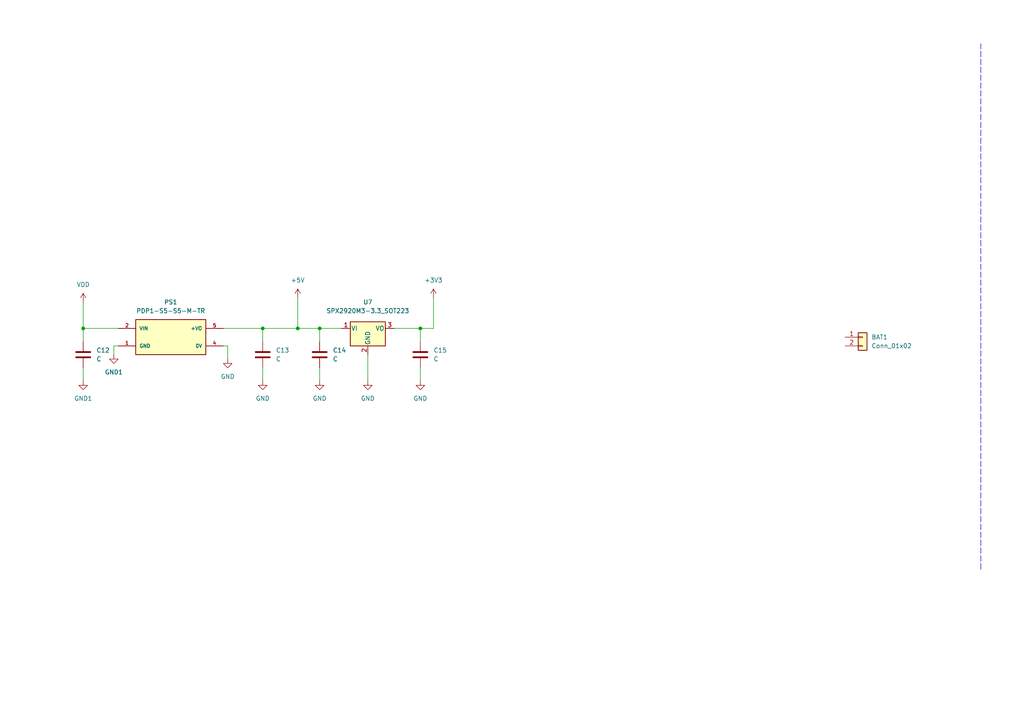
<source format=kicad_sch>
(kicad_sch (version 20211123) (generator eeschema)
  (paper "A4")
  (lib_symbols
    (symbol "Battery_Management:LTC2942-1"
      (property "Reference" "U" (at -10.16 6.35 0))
      (property "Value" "LTC2942-1" (at 10.16 6.35 0))
      (symbol "LTC2942-1_0_1"
        (rectangle (start -10.16 5.08) (end 10.16 -5.08) (stroke (width 0.254)) (fill (type background)))
      )
      (symbol "LTC2942-1_1_1"
        (pin passive line (at 12.7 2.54 180) (length 2.54) (name "SENSE+") (number "1"))
        (pin power_in line (at 0 -7.62 90) (length 2.54) (name "GND") (number "2"))
        (pin input line (at -12.7 0 0) (length 2.54) (name "SCL") (number "3"))
        (pin bidirectional line (at -12.7 -2.54 0) (length 2.54) (name "SDA") (number "4"))
        (pin bidirectional line (at -12.7 2.54 0) (length 2.54) (name "~{AL}/CC") (number "5"))
        (pin passive line (at 12.7 -2.54 180) (length 2.54) (name "SENSE-") (number "6"))
      )
    )
    (symbol "Connector_Generic:Conn_01x02" (pin_names (offset 1.016) hide)
      (property "Reference" "J" (at 0 2.54 0))
      (property "Value" "Conn_01x02" (at 0 -5.08 0))
      (symbol "Conn_01x02_1_1"
        (rectangle (start -1.27 -2.413) (end 0 -2.667) (stroke (width 0.1524)))
        (rectangle (start -1.27 0.127) (end 0 -0.127) (stroke (width 0.1524)))
        (rectangle (start -1.27 1.27) (end 1.27 -3.81) (stroke (width 0.254)) (fill (type background)))
        (pin passive line (at -5.08 0 0) (length 3.81) (name "Pin_1") (number "1"))
        (pin passive line (at -5.08 -2.54 0) (length 3.81) (name "Pin_2") (number "2"))
      )
    )
    (symbol "Device:C" (pin_numbers hide) (pin_names (offset 0.254))
      (property "Reference" "C" (at 0.635 2.54 0))
      (property "Value" "C" (at 0.635 -2.54 0))
      (symbol "C_0_1"
        (polyline (pts (xy -2.032 -0.762) (xy 2.032 -0.762)) (stroke (width 0.508)))
        (polyline (pts (xy -2.032 0.762) (xy 2.032 0.762)) (stroke (width 0.508)))
      )
      (symbol "C_1_1"
        (pin passive line (at 0 3.81 270) (length 2.794) (name "~") (number "1"))
        (pin passive line (at 0 -3.81 90) (length 2.794) (name "~") (number "2"))
      )
    )
    (symbol "Device:C_Small" (pin_numbers hide) (pin_names (offset 0.254) hide)
      (property "Reference" "C" (at 0.254 1.778 0))
      (property "Value" "C_Small" (at 0.254 -2.032 0))
      (symbol "C_Small_0_1"
        (polyline (pts (xy -1.524 -0.508) (xy 1.524 -0.508)) (stroke (width 0.3302)))
        (polyline (pts (xy -1.524 0.508) (xy 1.524 0.508)) (stroke (width 0.3048)))
      )
      (symbol "C_Small_1_1"
        (pin passive line (at 0 2.54 270) (length 2.032) (name "~") (number "1"))
        (pin passive line (at 0 -2.54 90) (length 2.032) (name "~") (number "2"))
      )
    )
    (symbol "Device:L" (pin_numbers hide) (pin_names (offset 1.016) hide)
      (property "Reference" "L" (at -1.27 0 90))
      (property "Value" "L" (at 1.905 0 90))
      (symbol "L_0_1"
        (arc (start 0 -2.54) (mid 0.635 -1.905) (end 0 -1.27))
        (arc (start 0 -1.27) (mid 0.635 -0.635) (end 0 0))
        (arc (start 0 0) (mid 0.635 0.635) (end 0 1.27))
        (arc (start 0 1.27) (mid 0.635 1.905) (end 0 2.54))
      )
      (symbol "L_1_1"
        (pin passive line (at 0 3.81 270) (length 1.27) (name "1") (number "1"))
        (pin passive line (at 0 -3.81 90) (length 1.27) (name "2") (number "2"))
      )
    )
    (symbol "Device:LED" (pin_numbers hide) (pin_names (offset 1.016) hide)
      (property "Reference" "D" (at 0 2.54 0))
      (property "Value" "LED" (at 0 -2.54 0))
      (symbol "LED_0_1"
        (polyline (pts (xy -1.27 -1.27) (xy -1.27 1.27)) (stroke (width 0.254)))
        (polyline (pts (xy -1.27 0) (xy 1.27 0)))
        (polyline (pts (xy 1.27 -1.27) (xy 1.27 1.27) (xy -1.27 0) (xy 1.27 -1.27)) (stroke (width 0.254)))
        (polyline (pts (xy -3.048 -0.762) (xy -4.572 -2.286) (xy -3.81 -2.286) (xy -4.572 -2.286) (xy -4.572 -1.524)))
        (polyline (pts (xy -1.778 -0.762) (xy -3.302 -2.286) (xy -2.54 -2.286) (xy -3.302 -2.286) (xy -3.302 -1.524)))
      )
      (symbol "LED_1_1"
        (pin passive line (at -3.81 0 0) (length 2.54) (name "K") (number "1"))
        (pin passive line (at 3.81 0 180) (length 2.54) (name "A") (number "2"))
      )
    )
    (symbol "Device:R_Small" (pin_numbers hide) (pin_names (offset 0.254) hide)
      (property "Reference" "R" (at 0.762 0.508 0))
      (property "Value" "R_Small" (at 0.762 -1.016 0))
      (symbol "R_Small_0_1"
        (rectangle (start -0.762 1.778) (end 0.762 -1.778) (stroke (width 0.2032)))
      )
      (symbol "R_Small_1_1"
        (pin passive line (at 0 2.54 270) (length 0.762) (name "~") (number "1"))
        (pin passive line (at 0 -2.54 90) (length 0.762) (name "~") (number "2"))
      )
    )
    (symbol "MP2731GQC-0000-Z_1" (pin_names (offset 0.762))
      (property "Reference" "IC?" (at 15.875 7.62 0))
      (property "Value" "MP2731GQC-0000-Z" (at 15.875 5.08 0))
      (symbol "MP2731GQC-0000-Z_1_0_0"
        (pin passive line (at -1.27 -17.78 0) (length 5.08) (name "DP_1") (number "1"))
        (pin passive line (at -1.27 -36.83 0) (length 5.08) (name "INT") (number "10"))
        (pin passive line (at 33.02 -27.94 180) (length 5.08) (name "NTC") (number "11"))
        (pin passive line (at 33.02 -24.13 180) (length 5.08) (name "VNTC") (number "12"))
        (pin passive line (at 33.02 -3.81 180) (length 5.08) (name "VREF") (number "13"))
        (pin passive line (at -1.27 -10.16 0) (length 5.08) (name "PGND_4") (number "14"))
        (pin passive line (at 20.32 -57.15 90) (length 5.08) (name "AGND") (number "15"))
        (pin passive line (at 33.02 -15.24 180) (length 5.08) (name "SYS") (number "16"))
        (pin passive line (at 33.02 -20.32 180) (length 5.08) (name "BATT") (number "17"))
        (pin passive line (at -1.27 -34.29 0) (length 5.08) (name "~{CE}") (number "18"))
        (pin passive line (at -1.27 -39.37 0) (length 5.08) (name "SCL_1") (number "19"))
        (pin passive line (at -1.27 0 0) (length 5.08) (name "IN") (number "2"))
        (pin passive line (at -1.27 -41.91 0) (length 5.08) (name "SCL_2") (number "20"))
        (pin passive line (at -1.27 -46.99 0) (length 5.08) (name "SDA") (number "21"))
        (pin passive line (at 33.02 -41.91 180) (length 5.08) (name "DISC") (number "22"))
        (pin passive line (at -1.27 -31.75 0) (length 5.08) (name "OTG") (number "23"))
        (pin passive line (at 12.7 -57.15 90) (length 5.08) (name "ILIM") (number "24"))
        (pin passive line (at -1.27 -25.4 0) (length 5.08) (name "DM") (number "25"))
        (pin passive line (at -1.27 -20.32 0) (length 5.08) (name "DP_2") (number "26"))
        (pin passive line (at -1.27 -22.86 0) (length 5.08) (name "DP_3") (number "27"))
        (pin passive line (at -1.27 -15.24 0) (length 5.08) (name "PGND_5") (number "28"))
        (pin passive line (at -1.27 -12.7 0) (length 5.08) (name "PGND_6") (number "29"))
        (pin passive line (at 33.02 0 180) (length 5.08) (name "PMID") (number "3"))
        (pin passive line (at -1.27 -44.45 0) (length 5.08) (name "SCL_3") (number "30"))
        (pin passive line (at 33.02 -11.43 180) (length 5.08) (name "SW") (number "4"))
        (pin passive line (at -1.27 -2.54 0) (length 5.08) (name "PGND_1") (number "5"))
        (pin passive line (at -1.27 -5.08 0) (length 5.08) (name "PGND_2") (number "6"))
        (pin passive line (at -1.27 -7.62 0) (length 5.08) (name "PGND_3") (number "7"))
        (pin passive line (at 33.02 -7.62 180) (length 5.08) (name "BST") (number "8"))
        (pin passive line (at 33.02 -35.56 180) (length 5.08) (name "STAT") (number "9"))
      )
      (symbol "MP2731GQC-0000-Z_1_0_1"
        (polyline (pts (xy 3.81 2.54) (xy 27.94 2.54) (xy 27.94 -52.07) (xy 3.81 -52.07) (xy 3.81 2.54)) (stroke (width 0.1524)))
      )
    )
    (symbol "PDP1-S5-S5-M-TR:PDP1-S5-S5-M-TR" (pin_names (offset 1.016))
      (property "Reference" "PS" (at -10.16 6.35 0))
      (property "Value" "PDP1-S5-S5-M-TR" (at -10.16 -6.35 0))
      (symbol "PDP1-S5-S5-M-TR_0_0"
        (rectangle (start -10.16 -5.08) (end 10.16 5.08) (stroke (width 0.254)) (fill (type background)))
        (pin power_in line (at -15.24 -2.54 0) (length 5.08) (name "GND") (number "1"))
        (pin input line (at -15.24 2.54 0) (length 5.08) (name "VIN") (number "2"))
        (pin output line (at 15.24 -2.54 180) (length 5.08) (name "0V") (number "4"))
        (pin output line (at 15.24 2.54 180) (length 5.08) (name "+VO") (number "5"))
      )
    )
    (symbol "Regulator_Linear:SPX2920M3-3.3_SOT223" (pin_names (offset 0.254))
      (property "Reference" "U" (at -3.81 3.175 0))
      (property "Value" "SPX2920M3-3.3_SOT223" (at 0 3.175 0))
      (symbol "SPX2920M3-3.3_SOT223_0_1"
        (rectangle (start -5.08 -5.08) (end 5.08 1.905) (stroke (width 0.254)) (fill (type background)))
      )
      (symbol "SPX2920M3-3.3_SOT223_1_1"
        (pin power_in line (at -7.62 0 0) (length 2.54) (name "VI") (number "1"))
        (pin power_in line (at 0 -7.62 90) (length 2.54) (name "GND") (number "2"))
        (pin power_out line (at 7.62 0 180) (length 2.54) (name "VO") (number "3"))
      )
    )
    (symbol "Transistor_BJT:2SC4213" (pin_names (offset 0) hide)
      (property "Reference" "Q" (at 5.08 1.905 0))
      (property "Value" "2SC4213" (at 5.08 0 0))
      (symbol "2SC4213_0_1"
        (polyline (pts (xy 0.635 0.635) (xy 2.54 2.54)))
        (polyline (pts (xy 0.635 -0.635) (xy 2.54 -2.54) (xy 2.54 -2.54)))
        (polyline (pts (xy 0.635 1.905) (xy 0.635 -1.905) (xy 0.635 -1.905)) (stroke (width 0.508)))
        (polyline (pts (xy 1.27 -1.778) (xy 1.778 -1.27) (xy 2.286 -2.286) (xy 1.27 -1.778) (xy 1.27 -1.778)) (fill (type outline)))
        (circle (center 1.27 0) (radius 2.8194) (stroke (width 0.254)))
      )
      (symbol "2SC4213_1_1"
        (pin input line (at -5.08 0 0) (length 5.715) (name "B") (number "1"))
        (pin passive line (at 2.54 -5.08 90) (length 2.54) (name "E") (number "2"))
        (pin passive line (at 2.54 5.08 270) (length 2.54) (name "C") (number "3"))
      )
    )
    (symbol "power:+3V3" (power) (pin_names (offset 0))
      (property "Value" "+3V3" (at 0 3.556 0))
      (symbol "+3V3_0_1"
        (polyline (pts (xy -0.762 1.27) (xy 0 2.54)))
        (polyline (pts (xy 0 0) (xy 0 2.54)))
        (polyline (pts (xy 0 2.54) (xy 0.762 1.27)))
      )
      (symbol "+3V3_1_1"
        (pin power_in line (at 0 0 90) (length 0) hide (name "+3V3") (number "1"))
      )
    )
    (symbol "power:+5V" (power) (pin_names (offset 0))
      (property "Value" "+5V" (at 0 3.556 0))
      (symbol "+5V_0_1"
        (polyline (pts (xy -0.762 1.27) (xy 0 2.54)))
        (polyline (pts (xy 0 0) (xy 0 2.54)))
        (polyline (pts (xy 0 2.54) (xy 0.762 1.27)))
      )
      (symbol "+5V_1_1"
        (pin power_in line (at 0 0 90) (length 0) hide (name "+5V") (number "1"))
      )
    )
    (symbol "power:GND" (power) (pin_names (offset 0))
      (property "Value" "GND" (at 0 -3.81 0))
      (symbol "GND_0_1"
        (polyline (pts (xy 0 0) (xy 0 -1.27) (xy 1.27 -1.27) (xy 0 -2.54) (xy -1.27 -1.27) (xy 0 -1.27)))
      )
      (symbol "GND_1_1"
        (pin power_in line (at 0 0 270) (length 0) hide (name "GND") (number "1"))
      )
    )
    (symbol "power:GND1" (power) (pin_names (offset 0))
      (property "Value" "GND1" (at 0 -3.81 0))
      (symbol "GND1_0_1"
        (polyline (pts (xy 0 0) (xy 0 -1.27) (xy 1.27 -1.27) (xy 0 -2.54) (xy -1.27 -1.27) (xy 0 -1.27)))
      )
      (symbol "GND1_1_1"
        (pin power_in line (at 0 0 270) (length 0) hide (name "GND1") (number "1"))
      )
    )
    (symbol "power:VDD" (power) (pin_names (offset 0))
      (property "Value" "VDD" (at 0 3.81 0))
      (symbol "VDD_0_1"
        (polyline (pts (xy -0.762 1.27) (xy 0 2.54)))
        (polyline (pts (xy 0 0) (xy 0 2.54)))
        (polyline (pts (xy 0 2.54) (xy 0.762 1.27)))
      )
      (symbol "VDD_1_1"
        (pin power_in line (at 0 0 90) (length 0) hide (name "VDD") (number "1"))
      )
    )
  )
  (junction (at 347.98 16.51))
  (junction (at 417.83 53.34))
  (junction (at 453.39 35.56))
  (junction (at 347.98 48.26))
  (junction (at 121.92 95.25))
  (junction (at 347.98 11.43))
  (junction (at 450.85 53.34))
  (junction (at 347.98 19.05))
  (junction (at 444.5 19.05))
  (junction (at 346.71 24.13))
  (junction (at 92.71 95.25))
  (junction (at 347.98 45.72))
  (junction (at 340.36 21.59))
  (junction (at 24.13 95.25))
  (junction (at 346.71 26.67))
  (junction (at 76.2 95.25))
  (junction (at 86.36 95.25))
  (junction (at 483.87 35.56))
  (junction (at 347.98 13.97))
  (junction (at 400.05 19.05))
  (junction (at 347.98 21.59))
  (junction (at 453.39 19.05))
  (junction (at 340.36 6.35))
  (wire (pts (xy 347.98 13.97) (xy 350.52 13.97)))
  (wire (pts (xy 340.36 45.72) (xy 347.98 45.72)))
  (wire (pts (xy 467.36 76.2) (xy 467.36 81.28)))
  (wire (pts (xy 347.98 19.05) (xy 347.98 21.59)))
  (wire (pts (xy 483.87 35.56) (xy 483.87 57.15)))
  (wire (pts (xy 384.81 41.91) (xy 396.24 41.91)))
  (wire (pts (xy 384.81 13.97) (xy 400.05 13.97)))
  (wire (pts (xy 400.05 19.05) (xy 405.13 19.05)))
  (wire (pts (xy 483.87 35.56) (xy 495.3 35.56)))
  (wire (pts (xy 384.81 17.78) (xy 389.89 17.78)))
  (wire (pts (xy 483.87 62.23) (xy 483.87 66.04)))
  (wire (pts (xy 463.55 38.1) (xy 463.55 53.34)))
  (wire (pts (xy 364.49 63.5) (xy 364.49 67.31)))
  (wire (pts (xy 34.29 100.33) (xy 33.02 100.33)))
  (wire (pts (xy 24.13 106.68) (xy 24.13 110.49)))
  (wire (pts (xy 406.4 59.69) (xy 410.21 59.69)))
  (wire (pts (xy 64.77 95.25) (xy 76.2 95.25)))
  (wire (pts (xy 24.13 95.25) (xy 24.13 87.63)))
  (wire (pts (xy 347.98 50.8) (xy 347.98 48.26)))
  (wire (pts (xy 92.71 95.25) (xy 92.71 99.06)))
  (wire (pts (xy 76.2 106.68) (xy 76.2 110.49)))
  (wire (pts (xy 441.96 26.67) (xy 441.96 35.56)))
  (wire (pts (xy 125.73 95.25) (xy 125.73 86.36)))
  (wire (pts (xy 384.81 26.67) (xy 441.96 26.67)))
  (wire (pts (xy 347.98 11.43) (xy 350.52 11.43)))
  (wire (pts (xy 106.68 102.87) (xy 106.68 110.49)))
  (wire (pts (xy 389.89 6.35) (xy 384.81 6.35)))
  (wire (pts (xy 121.92 106.68) (xy 121.92 110.49)))
  (wire (pts (xy 434.34 53.34) (xy 450.85 53.34)))
  (wire (pts (xy 441.96 71.12) (xy 454.66 71.12)))
  (wire (pts (xy 114.3 95.25) (xy 121.92 95.25)))
  (wire (pts (xy 441.96 68.58) (xy 454.66 68.58)))
  (wire (pts (xy 337.82 31.75) (xy 350.52 31.75)))
  (wire (pts (xy 340.36 40.64) (xy 350.52 40.64)))
  (wire (pts (xy 66.04 100.33) (xy 66.04 104.14)))
  (wire (pts (xy 389.89 19.05) (xy 400.05 19.05)))
  (wire (pts (xy 389.89 17.78) (xy 389.89 19.05)))
  (wire (pts (xy 92.71 95.25) (xy 99.06 95.25)))
  (wire (pts (xy 121.92 95.25) (xy 121.92 99.06)))
  (wire (pts (xy 455.93 53.34) (xy 450.85 53.34)))
  (wire (pts (xy 394.97 6.35) (xy 400.05 6.35)))
  (wire (pts (xy 444.5 19.05) (xy 444.5 21.59)))
  (wire (pts (xy 337.82 24.13) (xy 346.71 24.13)))
  (wire (pts (xy 92.71 106.68) (xy 92.71 110.49)))
  (wire (pts (xy 347.98 16.51) (xy 347.98 19.05)))
  (wire (pts (xy 453.39 35.56) (xy 483.87 35.56)))
  (wire (pts (xy 483.87 66.04) (xy 480.06 66.04)))
  (wire (pts (xy 347.98 48.26) (xy 350.52 48.26)))
  (wire (pts (xy 394.97 10.16) (xy 400.05 10.16)))
  (wire (pts (xy 364.49 72.39) (xy 364.49 78.74)))
  (wire (pts (xy 412.75 19.05) (xy 444.5 19.05)))
  (wire (pts (xy 384.81 34.29) (xy 434.34 34.29)))
  (wire (pts (xy 463.55 53.34) (xy 461.01 53.34)))
  (wire (pts (xy 453.39 19.05) (xy 444.5 19.05)))
  (wire (pts (xy 417.83 50.8) (xy 417.83 53.34)))
  (wire (pts (xy 410.21 41.91) (xy 417.83 41.91)))
  (wire (pts (xy 453.39 43.18) (xy 453.39 44.45)))
  (wire (pts (xy 346.71 29.21) (xy 346.71 26.67)))
  (wire (pts (xy 403.86 41.91) (xy 405.13 41.91)))
  (wire (pts (xy 450.85 48.26) (xy 450.85 53.34)))
  (wire (pts (xy 346.71 26.67) (xy 346.71 24.13)))
  (wire (pts (xy 340.36 38.1) (xy 350.52 38.1)))
  (wire (pts (xy 347.98 21.59) (xy 350.52 21.59)))
  (wire (pts (xy 340.36 53.34) (xy 350.52 53.34)))
  (wire (pts (xy 347.98 8.89) (xy 347.98 11.43)))
  (wire (pts (xy 340.36 6.35) (xy 340.36 8.89)))
  (wire (pts (xy 340.36 13.97) (xy 340.36 21.59)))
  (wire (pts (xy 86.36 95.25) (xy 86.36 86.36)))
  (wire (pts (xy 384.81 30.48) (xy 438.15 30.48)))
  (wire (pts (xy 350.52 6.35) (xy 340.36 6.35)))
  (wire (pts (xy 400.05 48.26) (xy 400.05 53.34)))
  (wire (pts (xy 384.81 48.26) (xy 400.05 48.26)))
  (wire (pts (xy 350.52 26.67) (xy 346.71 26.67)))
  (wire (pts (xy 448.31 48.26) (xy 450.85 48.26)))
  (polyline (pts (xy 284.48 165.1) (xy 284.48 12.7)))
  (wire (pts (xy 453.39 25.4) (xy 453.39 27.94)))
  (wire (pts (xy 76.2 95.25) (xy 76.2 99.06)))
  (wire (pts (xy 322.58 6.35) (xy 340.36 6.35)))
  (wire (pts (xy 417.83 64.77) (xy 417.83 69.85)))
  (wire (pts (xy 347.98 11.43) (xy 347.98 13.97)))
  (wire (pts (xy 389.89 10.16) (xy 384.81 10.16)))
  (wire (pts (xy 318.77 21.59) (xy 318.77 22.86)))
  (wire (pts (xy 397.51 59.69) (xy 401.32 59.69)))
  (wire (pts (xy 372.11 63.5) (xy 372.11 67.31)))
  (wire (pts (xy 438.15 48.26) (xy 443.23 48.26)))
  (wire (pts (xy 64.77 100.33) (xy 66.04 100.33)))
  (wire (pts (xy 347.98 48.26) (xy 347.98 45.72)))
  (wire (pts (xy 347.98 16.51) (xy 350.52 16.51)))
  (wire (pts (xy 441.96 66.04) (xy 454.66 66.04)))
  (wire (pts (xy 438.15 30.48) (xy 438.15 48.26)))
  (wire (pts (xy 453.39 19.05) (xy 463.55 19.05)))
  (wire (pts (xy 350.52 50.8) (xy 347.98 50.8)))
  (wire (pts (xy 434.34 34.29) (xy 434.34 53.34)))
  (wire (pts (xy 86.36 95.25) (xy 92.71 95.25)))
  (wire (pts (xy 417.83 41.91) (xy 417.83 45.72)))
  (wire (pts (xy 340.36 43.18) (xy 350.52 43.18)))
  (wire (pts (xy 121.92 95.25) (xy 125.73 95.25)))
  (wire (pts (xy 444.5 21.59) (xy 384.81 21.59)))
  (wire (pts (xy 453.39 20.32) (xy 453.39 19.05)))
  (wire (pts (xy 350.52 29.21) (xy 346.71 29.21)))
  (wire (pts (xy 347.98 19.05) (xy 350.52 19.05)))
  (wire (pts (xy 347.98 13.97) (xy 347.98 16.51)))
  (wire (pts (xy 340.36 21.59) (xy 318.77 21.59)))
  (wire (pts (xy 480.06 71.12) (xy 486.41 71.12)))
  (wire (pts (xy 400.05 53.34) (xy 417.83 53.34)))
  (wire (pts (xy 346.71 24.13) (xy 350.52 24.13)))
  (wire (pts (xy 24.13 95.25) (xy 24.13 99.06)))
  (wire (pts (xy 453.39 35.56) (xy 441.96 35.56)))
  (wire (pts (xy 453.39 38.1) (xy 453.39 35.56)))
  (wire (pts (xy 76.2 95.25) (xy 86.36 95.25)))
  (wire (pts (xy 495.3 38.1) (xy 463.55 38.1)))
  (wire (pts (xy 417.83 53.34) (xy 417.83 54.61)))
  (wire (pts (xy 34.29 95.25) (xy 24.13 95.25)))
  (wire (pts (xy 347.98 45.72) (xy 350.52 45.72)))
  (wire (pts (xy 340.36 21.59) (xy 347.98 21.59)))
  (wire (pts (xy 350.52 8.89) (xy 347.98 8.89)))
  (wire (pts (xy 33.02 100.33) (xy 33.02 102.87)))
  (global_label "BATT" (shape input) (at 486.41 71.12 0) (property "Intersheet References" "${INTERSHEET_REFS}" (effects hide)))
  (hierarchical_label "D+" (shape input) (at 337.82 24.13 180))
  (hierarchical_label "DISC_PIN" (shape input) (at 397.51 59.69 180))
  (hierarchical_label "D-" (shape input) (at 337.82 31.75 180))
  (hierarchical_label "SDA" (shape input) (at 340.36 53.34 180))
  (hierarchical_label "SYSTEM_OUT" (shape input) (at 463.55 19.05 0))
  (hierarchical_label "USB_PWR_IN" (shape input) (at 322.58 6.35 180))
  (hierarchical_label "OTG" (shape input) (at 340.36 38.1 180))
  (hierarchical_label "INT" (shape input) (at 340.36 43.18 180))
  (hierarchical_label "nCE" (shape input) (at 340.36 40.64 180))
  (hierarchical_label "SDA" (shape input) (at 441.96 71.12 180))
  (hierarchical_label "nCC" (shape input) (at 441.96 66.04 180))
  (hierarchical_label "SCL" (shape input) (at 441.96 68.58 180))
  (hierarchical_label "SCL" (shape input) (at 340.36 45.72 180))
  (symbol (lib_id "power:GND") (at 121.92 110.49 0) (unit 1)
    (property "Reference" "#PWR047" (effects hide))
    (property "Value" "GND" (at 121.92 115.57 0))
  )
  (symbol (lib_id "Device:L") (at 408.94 19.05 270) (mirror x) (unit 1)
    (property "Reference" "L3" (at 408.94 13.97 90))
    (property "Value" "1.0uH" (at 408.94 16.51 90))
    (property "Footprint" "Inductor_SMD:L_0805_2012Metric_Pad1.05x1.20mm_HandSolder" (effects hide))
  )
  (symbol (lib_id "power:GND") (at 467.36 81.28 0) (unit 1)
    (property "Reference" "#PWR012" (effects hide))
    (property "Value" "GND" (at 467.36 86.36 0))
  )
  (symbol (lib_id "power:GND") (at 400.05 6.35 90) (unit 1)
    (property "Reference" "#PWR0112" (effects hide))
    (property "Value" "GND" (at 405.13 6.35 0))
  )
  (symbol (lib_id "Device:C") (at 76.2 102.87 0) (unit 1)
    (property "Reference" "C13" (at 80.01 101.5999 0) (effects (justify left)))
    (property "Value" "C" (at 80.01 104.1399 0) (effects (justify left)))
    (property "Footprint" "Capacitor_SMD:C_0805_2012Metric_Pad1.18x1.45mm_HandSolder" (effects hide))
  )
  (symbol (lib_id "Regulator_Linear:SPX2920M3-3.3_SOT223") (at 106.68 95.25 0) (unit 1)
    (property "Reference" "U7" (at 106.68 87.63 0))
    (property "Value" "SPX2920M3-3.3_SOT223" (at 106.68 90.17 0))
    (property "Footprint" "Package_TO_SOT_SMD:SOT-223-3_TabPin2" (effects hide))
    (property "Datasheet" "http://www.zlgmcu.com/Sipex/LDO/PDF/spx2920.pdf" (effects hide))
  )
  (symbol (lib_id "Device:R_Small") (at 417.83 48.26 0) (mirror x) (unit 1)
    (property "Reference" "R19" (at 416.56 46.99 0) (effects (justify right)))
    (property "Value" "10K" (at 416.56 49.53 0) (effects (justify right)))
    (property "Footprint" "Resistor_SMD:R_0402_1005Metric_Pad0.72x0.64mm_HandSolder" (effects hide))
  )
  (symbol (lib_id "power:GND") (at 318.77 22.86 0) (unit 1)
    (property "Reference" "#PWR08" (effects hide))
    (property "Value" "GND" (at 318.77 27.94 0))
  )
  (symbol (lib_id "Device:R_Small") (at 364.49 69.85 0) (mirror x) (unit 1)
    (property "Reference" "R14" (at 363.22 68.58 0) (effects (justify right)))
    (property "Value" "10K" (at 363.22 71.12 0) (effects (justify right)))
    (property "Footprint" "Resistor_SMD:R_0402_1005Metric_Pad0.72x0.64mm_HandSolder" (effects hide))
  )
  (symbol (lib_id "power:GND") (at 106.68 110.49 0) (unit 1)
    (property "Reference" "#PWR046" (effects hide))
    (property "Value" "GND" (at 106.68 115.57 0))
  )
  (symbol (lib_id "Device:C") (at 121.92 102.87 0) (unit 1)
    (property "Reference" "C15" (at 125.73 101.5999 0) (effects (justify left)))
    (property "Value" "C" (at 125.73 104.1399 0) (effects (justify left)))
    (property "Footprint" "Capacitor_SMD:C_0805_2012Metric_Pad1.18x1.45mm_HandSolder" (effects hide))
  )
  (symbol (lib_id "Device:R_Small") (at 403.86 59.69 90) (mirror x) (unit 1)
    (property "Reference" "R16" (at 405.13 58.42 0) (effects (justify right)))
    (property "Value" "1K" (at 402.59 58.42 0) (effects (justify right)))
    (property "Footprint" "Resistor_SMD:R_0402_1005Metric_Pad0.72x0.64mm_HandSolder" (effects hide))
  )
  (symbol (lib_id "power:GND") (at 92.71 110.49 0) (unit 1)
    (property "Reference" "#PWR045" (effects hide))
    (property "Value" "GND" (at 92.71 115.57 0))
  )
  (symbol (lib_id "power:GND") (at 76.2 110.49 0) (unit 1)
    (property "Reference" "#PWR043" (effects hide))
    (property "Value" "GND" (at 76.2 115.57 0))
  )
  (symbol (lib_id "power:GND") (at 453.39 44.45 0) (mirror y) (unit 1)
    (property "Reference" "#PWR0114" (effects hide))
    (property "Value" "GND" (at 453.39 49.53 0))
  )
  (symbol (lib_id "power:GND") (at 372.11 67.31 0) (unit 1)
    (property "Reference" "#PWR011" (effects hide))
    (property "Value" "GND" (at 372.11 72.39 0))
  )
  (symbol (lib_id "PDP1-S5-S5-M-TR:PDP1-S5-S5-M-TR") (at 49.53 97.79 0) (unit 1)
    (property "Reference" "PS1" (at 49.53 87.63 0))
    (property "Value" "PDP1-S5-S5-M-TR" (at 49.53 90.17 0))
    (property "Footprint" "footprints:CONV_PDP1-S5-S5-M-TR" (effects hide))
    (property "STANDARD" "Manufacturer Recommendations" (effects hide))
    (property "PARTREV" "1.0" (effects hide))
    (property "MAXIMUM_PACKAGE_HEIGHT" "7.25mm" (effects hide))
    (property "MANUFACTURER" "CUI Inc." (effects hide))
  )
  (symbol (lib_id "Transistor_BJT:2SC4213") (at 415.29 59.69 0) (unit 1)
    (property "Reference" "Q1" (at 420.37 58.4199 0) (effects (justify left)))
    (property "Value" "2SC4213" (at 420.37 60.9599 0) (effects (justify left)))
    (property "Footprint" "Package_TO_SOT_SMD:SOT-323_SC-70" (effects hide))
    (property "Datasheet" "https://toshiba.semicon-storage.com/info/docget.jsp?did=19305&prodName=2SC4213" (effects hide))
  )
  (symbol (lib_id "Device:C_Small") (at 340.36 11.43 0) (unit 1)
    (property "Reference" "C23" (at 342.9 10.1662 0) (effects (justify left)))
    (property "Value" "1uF" (at 342.9 12.7062 0) (effects (justify left)))
    (property "Footprint" "Capacitor_SMD:C_0402_1005Metric_Pad0.74x0.62mm_HandSolder" (effects hide))
  )
  (symbol (lib_id "power:+3V3") (at 125.73 86.36 0) (unit 1)
    (property "Reference" "#PWR048" (effects hide))
    (property "Value" "+3V3" (at 125.73 81.28 0))
  )
  (symbol (lib_id "Device:C_Small") (at 392.43 10.16 90) (unit 1)
    (property "Reference" "C24" (at 389.89 8.89 90) (effects (justify left)))
    (property "Value" "10uF" (at 398.78 8.89 90) (effects (justify left)))
    (property "Footprint" "Capacitor_SMD:C_0402_1005Metric_Pad0.74x0.62mm_HandSolder" (effects hide))
  )
  (symbol (lib_id "Device:R_Small") (at 458.47 53.34 270) (unit 1)
    (property "Reference" "R15" (at 457.2 52.07 0) (effects (justify right)))
    (property "Value" "1K" (at 459.74 52.07 0) (effects (justify right)))
    (property "Footprint" "Resistor_SMD:R_0402_1005Metric_Pad0.72x0.64mm_HandSolder" (effects hide))
  )
  (symbol (lib_id "Device:C_Small") (at 453.39 40.64 0) (mirror y) (unit 1)
    (property "Reference" "C26" (at 450.85 39.3762 0) (effects (justify left)))
    (property "Value" "1uF" (at 450.85 41.9162 0) (effects (justify left)))
    (property "Footprint" "Capacitor_SMD:C_0402_1005Metric_Pad0.74x0.62mm_HandSolder" (effects hide))
  )
  (symbol (lib_name "MP2731GQC-0000-Z_1") (lib_id "MP2731GQC-0000-Z:MP2731GQC-0000-Z") (at 351.79 6.35 0) (unit 1)
    (property "Reference" "IC1" (at 367.665 -1.27 0))
    (property "Value" "MP2731GQC-0000-Z" (at 367.665 1.27 0))
    (property "Footprint" "footprints:MP2731GQC0000Z" (effects hide))
    (property "Datasheet" "https://www.monolithicpower.com/en/documentview/productdocument/index/version/2/document_type/Datasheet/lang/en/sku/MP2731GQC/document_id/6814/" (effects hide))
    (property "Description" "PDA\\'s, Portable Audio/Video, Smartphones PMIC 26-QFN (3.5x3.5)" (effects hide))
    (property "Height" "1" (effects hide))
    (property "Manufacturer_Name" "Monolithic Power Systems (MPS)" (effects hide))
    (property "Manufacturer_Part_Number" "MP2731GQC-0000-Z" (effects hide))
  )
  (symbol (lib_id "Device:C") (at 92.71 102.87 0) (unit 1)
    (property "Reference" "C14" (at 96.52 101.5999 0) (effects (justify left)))
    (property "Value" "C" (at 96.52 104.1399 0) (effects (justify left)))
    (property "Footprint" "Capacitor_SMD:C_0805_2012Metric_Pad1.18x1.45mm_HandSolder" (effects hide))
  )
  (symbol (lib_id "Device:C_Small") (at 392.43 6.35 90) (unit 1)
    (property "Reference" "C27" (at 389.89 5.08 90) (effects (justify left)))
    (property "Value" "10uF" (at 398.78 5.08 90) (effects (justify left)))
    (property "Footprint" "Capacitor_SMD:C_0402_1005Metric_Pad0.74x0.62mm_HandSolder" (effects hide))
  )
  (symbol (lib_id "power:GND") (at 417.83 69.85 0) (unit 1)
    (property "Reference" "#PWR0108" (effects hide))
    (property "Value" "GND" (at 417.83 74.93 0))
  )
  (symbol (lib_id "power:VDD") (at 24.13 87.63 0) (unit 1)
    (property "Reference" "#PWR020" (effects hide))
    (property "Value" "VDD" (at 24.13 82.55 0))
  )
  (symbol (lib_id "Device:R_Small") (at 407.67 41.91 90) (mirror x) (unit 1)
    (property "Reference" "R17" (at 408.94 40.64 0) (effects (justify right)))
    (property "Value" "10K" (at 406.4 40.64 0) (effects (justify right)))
    (property "Footprint" "Resistor_SMD:R_0402_1005Metric_Pad0.72x0.64mm_HandSolder" (effects hide))
  )
  (symbol (lib_id "power:GND1") (at 24.13 110.49 0) (unit 1)
    (property "Reference" "#PWR021" (effects hide))
    (property "Value" "GND1" (at 24.13 115.57 0))
  )
  (symbol (lib_id "power:GND") (at 400.05 10.16 90) (unit 1)
    (property "Reference" "#PWR0113" (effects hide))
    (property "Value" "GND" (at 405.13 10.16 0))
  )
  (symbol (lib_id "Device:C") (at 24.13 102.87 0) (unit 1)
    (property "Reference" "C12" (at 27.94 101.5999 0) (effects (justify left)))
    (property "Value" "C" (at 27.94 104.1399 0) (effects (justify left)))
    (property "Footprint" "Capacitor_SMD:C_0805_2012Metric_Pad1.18x1.45mm_HandSolder" (effects hide))
  )
  (symbol (lib_id "Device:C_Small") (at 483.87 59.69 0) (unit 1)
    (property "Reference" "C29" (at 486.41 58.4262 0) (effects (justify left)))
    (property "Value" "1uF" (at 486.41 60.9662 0) (effects (justify left)))
    (property "Footprint" "Capacitor_SMD:C_0402_1005Metric_Pad0.74x0.62mm_HandSolder" (effects hide))
  )
  (symbol (lib_id "Device:C_Small") (at 400.05 16.51 0) (mirror y) (unit 1)
    (property "Reference" "C28" (at 397.51 15.2462 0) (effects (justify left)))
    (property "Value" "1uF" (at 397.51 17.7862 0) (effects (justify left)))
    (property "Footprint" "Capacitor_SMD:C_0402_1005Metric_Pad0.74x0.62mm_HandSolder" (effects hide))
  )
  (symbol (lib_id "power:GND") (at 66.04 104.14 0) (unit 1)
    (property "Reference" "#PWR042" (effects hide))
    (property "Value" "GND" (at 66.04 109.22 0))
  )
  (symbol (lib_id "Device:R_Small") (at 445.77 48.26 270) (unit 1)
    (property "Reference" "R18" (at 444.5 46.99 0) (effects (justify right)))
    (property "Value" "1K" (at 447.04 46.99 0) (effects (justify right)))
    (property "Footprint" "Resistor_SMD:R_0402_1005Metric_Pad0.72x0.64mm_HandSolder" (effects hide))
  )
  (symbol (lib_id "power:+5V") (at 86.36 86.36 0) (unit 1)
    (property "Reference" "#PWR044" (effects hide))
    (property "Value" "+5V" (at 86.36 81.28 0))
  )
  (symbol (lib_id "Connector_Generic:Conn_01x02") (at 250.19 97.79 0) (unit 1)
    (property "Reference" "BAT1" (at 252.73 97.7899 0) (effects (justify left)))
    (property "Value" "Conn_01x02" (at 252.73 100.3299 0) (effects (justify left)))
    (property "Footprint" "Connector_PinHeader_2.54mm:PinHeader_1x02_P2.54mm_Vertical" (effects hide))
  )
  (symbol (lib_id "Battery_Management:LTC2942-1") (at 467.36 68.58 0) (unit 1)
    (property "Reference" "U3" (at 467.36 58.42 0))
    (property "Value" "LTC2942-1" (at 467.36 60.96 0))
    (property "Footprint" "Package_DFN_QFN:DFN-6-1EP_3x2mm_P0.5mm_EP1.65x1.35mm" (effects hide))
    (property "Datasheet" "https://www.analog.com/media/en/technical-documentation/data-sheets/29421f.pdf" (effects hide))
  )
  (symbol (lib_id "Device:LED") (at 400.05 41.91 0) (unit 1)
    (property "Reference" "D2" (at 398.4625 35.56 0))
    (property "Value" "LED" (at 398.4625 38.1 0))
    (property "Footprint" "LED_SMD:LED_0603_1608Metric" (effects hide))
  )
  (symbol (lib_id "power:GND") (at 453.39 27.94 0) (mirror y) (unit 1)
    (property "Reference" "#PWR0110" (effects hide))
    (property "Value" "GND" (at 453.39 33.02 0))
  )
  (symbol (lib_id "Device:C_Small") (at 453.39 22.86 0) (mirror y) (unit 1)
    (property "Reference" "C25" (at 450.85 21.5962 0) (effects (justify left)))
    (property "Value" "1uF" (at 450.85 24.1362 0) (effects (justify left)))
    (property "Footprint" "Capacitor_SMD:C_0402_1005Metric_Pad0.74x0.62mm_HandSolder" (effects hide))
  )
  (symbol (lib_id "power:GND1") (at 33.02 102.87 0) (unit 1)
    (property "Reference" "#PWR041" (effects hide))
    (property "Value" "GND1" (at 33.02 107.95 0))
  )
  (symbol (lib_id "power:GND") (at 364.49 78.74 0) (unit 1)
    (property "Reference" "#PWR010" (effects hide))
    (property "Value" "GND" (at 364.49 83.82 0))
  )
)
</source>
